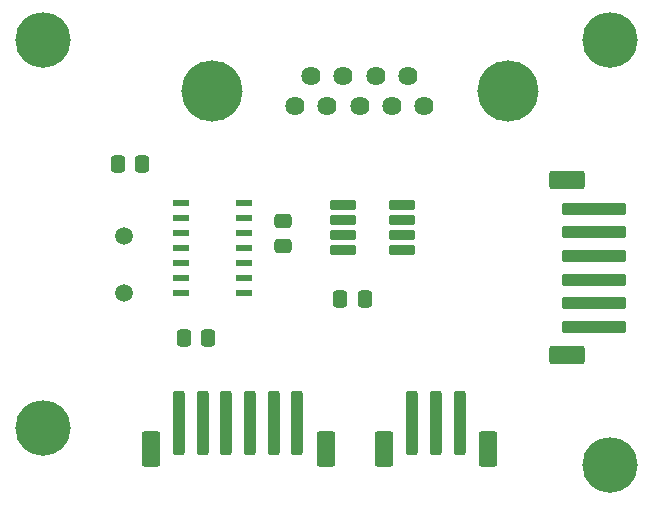
<source format=gts>
G04 #@! TF.GenerationSoftware,KiCad,Pcbnew,8.0.6*
G04 #@! TF.CreationDate,2025-01-13T19:20:44-05:00*
G04 #@! TF.ProjectId,yy_CAN_board,79795f43-414e-45f6-926f-6172642e6b69,1.0*
G04 #@! TF.SameCoordinates,Original*
G04 #@! TF.FileFunction,Soldermask,Top*
G04 #@! TF.FilePolarity,Negative*
%FSLAX46Y46*%
G04 Gerber Fmt 4.6, Leading zero omitted, Abs format (unit mm)*
G04 Created by KiCad (PCBNEW 8.0.6) date 2025-01-13 19:20:44*
%MOMM*%
%LPD*%
G01*
G04 APERTURE LIST*
G04 Aperture macros list*
%AMRoundRect*
0 Rectangle with rounded corners*
0 $1 Rounding radius*
0 $2 $3 $4 $5 $6 $7 $8 $9 X,Y pos of 4 corners*
0 Add a 4 corners polygon primitive as box body*
4,1,4,$2,$3,$4,$5,$6,$7,$8,$9,$2,$3,0*
0 Add four circle primitives for the rounded corners*
1,1,$1+$1,$2,$3*
1,1,$1+$1,$4,$5*
1,1,$1+$1,$6,$7*
1,1,$1+$1,$8,$9*
0 Add four rect primitives between the rounded corners*
20,1,$1+$1,$2,$3,$4,$5,0*
20,1,$1+$1,$4,$5,$6,$7,0*
20,1,$1+$1,$6,$7,$8,$9,0*
20,1,$1+$1,$8,$9,$2,$3,0*%
G04 Aperture macros list end*
%ADD10RoundRect,0.250000X2.500000X-0.250000X2.500000X0.250000X-2.500000X0.250000X-2.500000X-0.250000X0*%
%ADD11RoundRect,0.250000X1.250000X-0.550000X1.250000X0.550000X-1.250000X0.550000X-1.250000X-0.550000X0*%
%ADD12RoundRect,0.250000X0.250000X2.500000X-0.250000X2.500000X-0.250000X-2.500000X0.250000X-2.500000X0*%
%ADD13RoundRect,0.250000X0.550000X1.250000X-0.550000X1.250000X-0.550000X-1.250000X0.550000X-1.250000X0*%
%ADD14RoundRect,0.250000X0.337500X0.475000X-0.337500X0.475000X-0.337500X-0.475000X0.337500X-0.475000X0*%
%ADD15C,4.700000*%
%ADD16C,5.181600*%
%ADD17C,1.625600*%
%ADD18RoundRect,0.056280X-1.030720X-0.345720X1.030720X-0.345720X1.030720X0.345720X-1.030720X0.345720X0*%
%ADD19RoundRect,0.250000X0.475000X-0.337500X0.475000X0.337500X-0.475000X0.337500X-0.475000X-0.337500X0*%
%ADD20RoundRect,0.250000X-0.337500X-0.475000X0.337500X-0.475000X0.337500X0.475000X-0.337500X0.475000X0*%
%ADD21C,1.500000*%
%ADD22R,1.397000X0.558800*%
G04 APERTURE END LIST*
D10*
X163629600Y-116285400D03*
X163629600Y-114285400D03*
X163629600Y-112285400D03*
X163629600Y-110285400D03*
X163629600Y-108285400D03*
X163629600Y-106285400D03*
D11*
X161379600Y-118685400D03*
X161379600Y-103885400D03*
D12*
X152250000Y-124400000D03*
X150250000Y-124400000D03*
X148250000Y-124400000D03*
D13*
X154650000Y-126650000D03*
X145850000Y-126650000D03*
D12*
X138500000Y-124400000D03*
X136500000Y-124400000D03*
X134500000Y-124400000D03*
X132500000Y-124400000D03*
X130500000Y-124400000D03*
X128500000Y-124400000D03*
D13*
X140900000Y-126650000D03*
X126100000Y-126650000D03*
D14*
X144197100Y-113935400D03*
X142122100Y-113935400D03*
D15*
X117000000Y-92000000D03*
X165000000Y-92000000D03*
X165000000Y-128000000D03*
X117000000Y-124876800D03*
D16*
X156301800Y-96300000D03*
X131257400Y-96300000D03*
D17*
X147894400Y-95030000D03*
X145151200Y-95030000D03*
X142408000Y-95030000D03*
X139664800Y-95030000D03*
X149266000Y-97570000D03*
X146522800Y-97570000D03*
X143779600Y-97570000D03*
X141036400Y-97570000D03*
X138293200Y-97570000D03*
D18*
X142404600Y-105960400D03*
X142404600Y-107230400D03*
X142404600Y-108500400D03*
X142404600Y-109770400D03*
X147344600Y-109770400D03*
X147344600Y-108500400D03*
X147344600Y-107230400D03*
X147344600Y-105960400D03*
D19*
X137310600Y-109418400D03*
X137310600Y-107343400D03*
D20*
X123319100Y-102517400D03*
X125394100Y-102517400D03*
D21*
X123848600Y-108559400D03*
X123848600Y-113439400D03*
D22*
X128674600Y-105819400D03*
X128674600Y-107089400D03*
X128674600Y-108359400D03*
X128674600Y-109629400D03*
X128674600Y-110899400D03*
X128674600Y-112169400D03*
X128674600Y-113439400D03*
X133983200Y-113439400D03*
X133983200Y-112169400D03*
X133983200Y-110899400D03*
X133983200Y-109629400D03*
X133983200Y-108359400D03*
X133983200Y-107089400D03*
X133983200Y-105819400D03*
D14*
X130982100Y-117249400D03*
X128907100Y-117249400D03*
M02*

</source>
